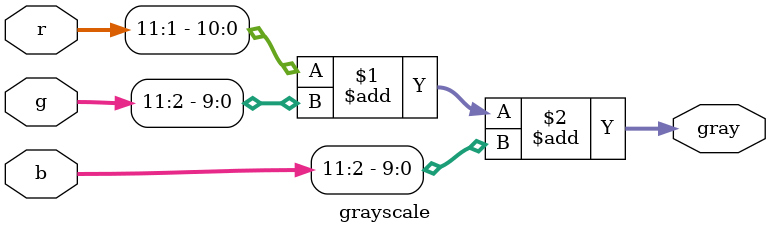
<source format=sv>
module grayscale(
    r,
    g,
    b,
    gray
);

input wire [11:0] r;
input wire [11:0] g;
input wire [11:0] b;
output wire [11:0] gray;    //width may have to be changed

// rough averaging - r/2 + g/4 + b/4
assign gray = r[11:1] + g[11:2] + b[11:2];

endmodule
</source>
